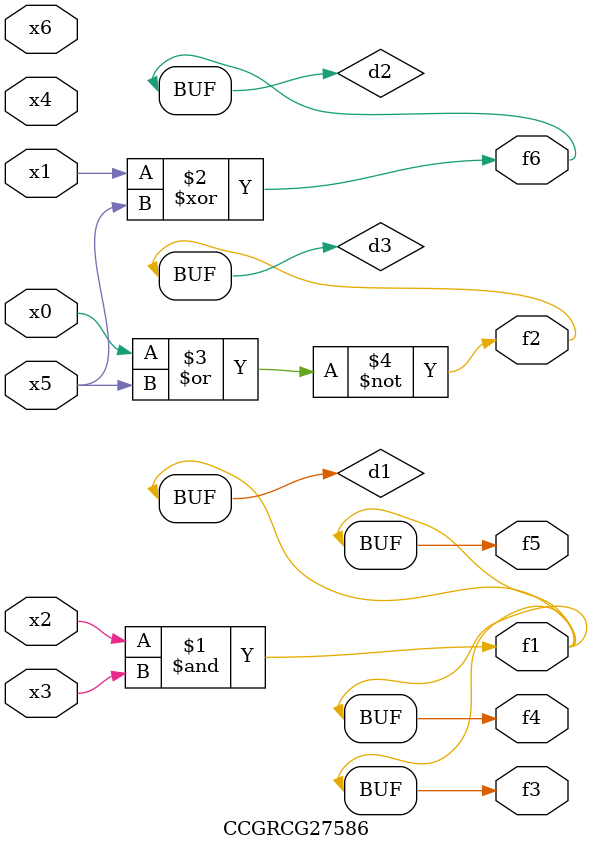
<source format=v>
module CCGRCG27586(
	input x0, x1, x2, x3, x4, x5, x6,
	output f1, f2, f3, f4, f5, f6
);

	wire d1, d2, d3;

	and (d1, x2, x3);
	xor (d2, x1, x5);
	nor (d3, x0, x5);
	assign f1 = d1;
	assign f2 = d3;
	assign f3 = d1;
	assign f4 = d1;
	assign f5 = d1;
	assign f6 = d2;
endmodule

</source>
